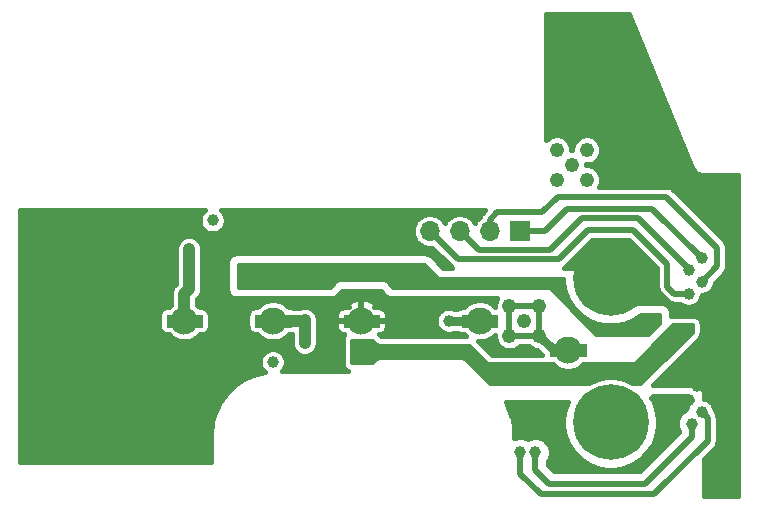
<source format=gbr>
G04 #@! TF.GenerationSoftware,KiCad,Pcbnew,5.1.6*
G04 #@! TF.CreationDate,2020-07-16T12:21:26+02:00*
G04 #@! TF.ProjectId,Head-Interconnect,48656164-2d49-46e7-9465-72636f6e6e65,rev?*
G04 #@! TF.SameCoordinates,Original*
G04 #@! TF.FileFunction,Copper,L2,Bot*
G04 #@! TF.FilePolarity,Positive*
%FSLAX46Y46*%
G04 Gerber Fmt 4.6, Leading zero omitted, Abs format (unit mm)*
G04 Created by KiCad (PCBNEW 5.1.6) date 2020-07-16 12:21:26*
%MOMM*%
%LPD*%
G01*
G04 APERTURE LIST*
G04 #@! TA.AperFunction,EtchedComponent*
%ADD10C,0.100000*%
G04 #@! TD*
G04 #@! TA.AperFunction,ComponentPad*
%ADD11O,1.700000X1.700000*%
G04 #@! TD*
G04 #@! TA.AperFunction,ComponentPad*
%ADD12R,1.700000X1.700000*%
G04 #@! TD*
G04 #@! TA.AperFunction,ComponentPad*
%ADD13C,1.000000*%
G04 #@! TD*
G04 #@! TA.AperFunction,ComponentPad*
%ADD14C,1.240000*%
G04 #@! TD*
G04 #@! TA.AperFunction,ComponentPad*
%ADD15C,0.800000*%
G04 #@! TD*
G04 #@! TA.AperFunction,ComponentPad*
%ADD16C,6.400000*%
G04 #@! TD*
G04 #@! TA.AperFunction,SMDPad,CuDef*
%ADD17C,2.300000*%
G04 #@! TD*
G04 #@! TA.AperFunction,ViaPad*
%ADD18C,1.000000*%
G04 #@! TD*
G04 #@! TA.AperFunction,Conductor*
%ADD19C,0.800000*%
G04 #@! TD*
G04 #@! TA.AperFunction,Conductor*
%ADD20C,0.500000*%
G04 #@! TD*
G04 #@! TA.AperFunction,Conductor*
%ADD21C,1.000000*%
G04 #@! TD*
G04 #@! TA.AperFunction,Conductor*
%ADD22C,0.400000*%
G04 #@! TD*
G04 APERTURE END LIST*
D10*
G36*
X163500000Y-108000000D02*
G01*
X166500000Y-108000000D01*
X166500000Y-107000000D01*
X163500000Y-107000000D01*
X163500000Y-108000000D01*
G37*
X163500000Y-108000000D02*
X166500000Y-108000000D01*
X166500000Y-107000000D01*
X163500000Y-107000000D01*
X163500000Y-108000000D01*
G36*
X156000000Y-105500000D02*
G01*
X159000000Y-105500000D01*
X159000000Y-104500000D01*
X156000000Y-104500000D01*
X156000000Y-105500000D01*
G37*
X156000000Y-105500000D02*
X159000000Y-105500000D01*
X159000000Y-104500000D01*
X156000000Y-104500000D01*
X156000000Y-105500000D01*
G36*
X146000000Y-105500000D02*
G01*
X149000000Y-105500000D01*
X149000000Y-104500000D01*
X146000000Y-104500000D01*
X146000000Y-105500000D01*
G37*
X146000000Y-105500000D02*
X149000000Y-105500000D01*
X149000000Y-104500000D01*
X146000000Y-104500000D01*
X146000000Y-105500000D01*
G36*
X138500000Y-105500000D02*
G01*
X141500000Y-105500000D01*
X141500000Y-104500000D01*
X138500000Y-104500000D01*
X138500000Y-105500000D01*
G37*
X138500000Y-105500000D02*
X141500000Y-105500000D01*
X141500000Y-104500000D01*
X138500000Y-104500000D01*
X138500000Y-105500000D01*
G36*
X131000000Y-105500000D02*
G01*
X134000000Y-105500000D01*
X134000000Y-104500000D01*
X131000000Y-104500000D01*
X131000000Y-105500000D01*
G37*
X131000000Y-105500000D02*
X134000000Y-105500000D01*
X134000000Y-104500000D01*
X131000000Y-104500000D01*
X131000000Y-105500000D01*
D11*
X153280000Y-97400000D03*
X155820000Y-97400000D03*
X158360000Y-97400000D03*
D12*
X160900000Y-97400000D03*
D13*
X134900000Y-96500000D03*
X131700000Y-112300000D03*
X140000000Y-108500000D03*
D14*
X164030000Y-93070000D03*
X166570000Y-90530000D03*
X166570000Y-93070000D03*
X164030000Y-90530000D03*
X165300000Y-91800000D03*
X160030000Y-106270000D03*
X162570000Y-103730000D03*
X162570000Y-106270000D03*
X160030000Y-103730000D03*
X161300000Y-105000000D03*
D15*
X170297056Y-111902944D03*
X168600000Y-111200000D03*
X166902944Y-111902944D03*
X166200000Y-113600000D03*
X166902944Y-115297056D03*
X168600000Y-116000000D03*
X170297056Y-115297056D03*
X171000000Y-113600000D03*
D16*
X168600000Y-113600000D03*
D15*
X170297056Y-99702944D03*
X168600000Y-99000000D03*
X166902944Y-99702944D03*
X166200000Y-101400000D03*
X166902944Y-103097056D03*
X168600000Y-103800000D03*
X170297056Y-103097056D03*
X171000000Y-101400000D03*
D16*
X168600000Y-101400000D03*
D15*
X128097056Y-111902944D03*
X126400000Y-111200000D03*
X124702944Y-111902944D03*
X124000000Y-113600000D03*
X124702944Y-115297056D03*
X126400000Y-116000000D03*
X128097056Y-115297056D03*
X128800000Y-113600000D03*
D16*
X126400000Y-113600000D03*
D15*
X128097056Y-99702944D03*
X126400000Y-99000000D03*
X124702944Y-99702944D03*
X124000000Y-101400000D03*
X124702944Y-103097056D03*
X126400000Y-103800000D03*
X128097056Y-103097056D03*
X128800000Y-101400000D03*
D16*
X126400000Y-101400000D03*
D17*
X165000000Y-107500000D03*
X157500000Y-105000000D03*
X147500000Y-105000000D03*
X140000000Y-105000000D03*
X132500000Y-105000000D03*
D18*
X154900000Y-105000000D03*
X175200000Y-102700000D03*
X175200000Y-100700000D03*
X176300000Y-101700000D03*
X176300000Y-99700000D03*
X175900000Y-110500000D03*
X161300000Y-107500000D03*
X151300000Y-98700000D03*
X141300000Y-98700000D03*
X144300000Y-108900000D03*
X138100000Y-108900000D03*
X134900000Y-102900000D03*
X134300000Y-116500000D03*
X120300000Y-116500000D03*
X121400000Y-96400000D03*
X126400000Y-107500000D03*
X141300000Y-96100000D03*
X136700000Y-96500000D03*
X133000000Y-96500000D03*
X137500000Y-101700000D03*
X138500000Y-100700000D03*
X138500000Y-101700000D03*
X137500000Y-100700000D03*
X132900000Y-100900000D03*
X132900000Y-99900000D03*
X132900000Y-98900000D03*
X171600000Y-105200000D03*
X147100000Y-107100000D03*
X147100000Y-108100000D03*
X148100000Y-107100000D03*
X148100000Y-108100000D03*
X142700000Y-104900000D03*
X142700000Y-105900000D03*
X142700000Y-106900000D03*
X175200000Y-105700000D03*
X160962000Y-112580000D03*
X162232000Y-112580000D03*
X175200000Y-111700000D03*
X176300000Y-112700000D03*
X160962000Y-116136000D03*
X175500000Y-113700000D03*
X162232000Y-116136000D03*
D19*
X157500000Y-105000000D02*
X154900000Y-105000000D01*
X163800000Y-107500000D02*
X162570000Y-106270000D01*
X165000000Y-107500000D02*
X163800000Y-107500000D01*
D20*
X162570000Y-103730000D02*
X162570000Y-106270000D01*
X160030000Y-106270000D02*
X160030000Y-103730000D01*
X162570000Y-106270000D02*
X160030000Y-106270000D01*
X162570000Y-103730000D02*
X160030000Y-103730000D01*
X164200000Y-99800000D02*
X155680000Y-99800000D01*
X166700000Y-97300000D02*
X164200000Y-99800000D01*
X170500000Y-97300000D02*
X166700000Y-97300000D01*
X173400000Y-100200000D02*
X170500000Y-97300000D01*
X173400000Y-102100000D02*
X173400000Y-100200000D01*
X174000000Y-102700000D02*
X173400000Y-102100000D01*
X155680000Y-99800000D02*
X153280000Y-97400000D01*
X175200000Y-102700000D02*
X174000000Y-102700000D01*
X157420000Y-99000000D02*
X155820000Y-97400000D01*
X163500000Y-99000000D02*
X157420000Y-99000000D01*
X166200000Y-96300000D02*
X163500000Y-99000000D01*
X170900000Y-96300000D02*
X166200000Y-96300000D01*
X175200000Y-100600000D02*
X170900000Y-96300000D01*
X175200000Y-100700000D02*
X175200000Y-100600000D01*
X159000000Y-95800000D02*
X158360000Y-96440000D01*
X162800000Y-95800000D02*
X159000000Y-95800000D01*
X164100000Y-94500000D02*
X162800000Y-95800000D01*
X173300000Y-94500000D02*
X164100000Y-94500000D01*
X177600000Y-98800000D02*
X173300000Y-94500000D01*
X177600000Y-100400000D02*
X177600000Y-98800000D01*
X158360000Y-96440000D02*
X158360000Y-97400000D01*
X176300000Y-101700000D02*
X177600000Y-100400000D01*
X163000000Y-97400000D02*
X160900000Y-97400000D01*
X164900000Y-95500000D02*
X163000000Y-97400000D01*
X172100000Y-95500000D02*
X164900000Y-95500000D01*
X176300000Y-99700000D02*
X172100000Y-95500000D01*
X147500000Y-105000000D02*
X149800000Y-105000000D01*
X147500000Y-105000000D02*
X145400000Y-105000000D01*
X147500000Y-105000000D02*
X147500000Y-102900000D01*
D21*
X132500000Y-105000000D02*
X132500000Y-102700000D01*
X132900000Y-102300000D02*
X132900000Y-100900000D01*
X132500000Y-102700000D02*
X132900000Y-102300000D01*
X132900000Y-99900000D02*
X132900000Y-100900000D01*
X132900000Y-98900000D02*
X132900000Y-99900000D01*
X142700000Y-104900000D02*
X142700000Y-105900000D01*
X142700000Y-105900000D02*
X142700000Y-106900000D01*
X142600000Y-105000000D02*
X142700000Y-104900000D01*
X140000000Y-105000000D02*
X142600000Y-105000000D01*
D20*
X176800000Y-113200000D02*
X176300000Y-112700000D01*
X176800000Y-115200000D02*
X176800000Y-113200000D01*
X172300000Y-119700000D02*
X176800000Y-115200000D01*
X162726000Y-119700000D02*
X172300000Y-119700000D01*
X160962000Y-117936000D02*
X162726000Y-119700000D01*
X160962000Y-116136000D02*
X160962000Y-117936000D01*
X175500000Y-114800000D02*
X175500000Y-113700000D01*
X171500000Y-118800000D02*
X175500000Y-114800000D01*
X163400000Y-118800000D02*
X171500000Y-118800000D01*
X162232000Y-117632000D02*
X163400000Y-118800000D01*
X162232000Y-116136000D02*
X162232000Y-117632000D01*
D22*
G36*
X175610635Y-92210184D02*
G01*
X175619781Y-92240334D01*
X175648421Y-92293916D01*
X175677087Y-92347817D01*
X175677507Y-92348331D01*
X175677817Y-92348911D01*
X175716375Y-92395894D01*
X175754991Y-92443149D01*
X175755501Y-92443569D01*
X175755920Y-92444080D01*
X175803005Y-92482721D01*
X175849996Y-92521451D01*
X175850578Y-92521764D01*
X175851089Y-92522183D01*
X175904944Y-92550969D01*
X175958452Y-92579714D01*
X175959081Y-92579906D01*
X175959666Y-92580219D01*
X176018356Y-92598022D01*
X176076190Y-92615698D01*
X176076841Y-92615764D01*
X176077479Y-92615957D01*
X176138536Y-92621970D01*
X176198686Y-92628022D01*
X176230041Y-92625000D01*
X179375000Y-92625000D01*
X179375001Y-119875000D01*
X176500000Y-119875000D01*
X176500000Y-116702081D01*
X177371521Y-115830560D01*
X177403948Y-115803948D01*
X177510168Y-115674519D01*
X177589097Y-115526855D01*
X177617024Y-115434791D01*
X177637700Y-115366630D01*
X177644430Y-115298300D01*
X177650000Y-115241749D01*
X177650000Y-115241742D01*
X177654111Y-115200001D01*
X177650000Y-115158260D01*
X177650000Y-113241741D01*
X177654111Y-113200000D01*
X177650000Y-113158259D01*
X177650000Y-113158251D01*
X177637700Y-113033371D01*
X177589097Y-112873145D01*
X177510168Y-112725481D01*
X177403948Y-112596052D01*
X177400000Y-112592812D01*
X177400000Y-112591659D01*
X177357727Y-112379142D01*
X177274807Y-112178955D01*
X177154425Y-111998791D01*
X177001209Y-111845575D01*
X176821045Y-111725193D01*
X176620858Y-111642273D01*
X176500000Y-111618232D01*
X176500000Y-111200000D01*
X176484628Y-111043928D01*
X176439104Y-110893853D01*
X176365176Y-110755544D01*
X176265685Y-110634315D01*
X176144456Y-110534824D01*
X176006147Y-110460896D01*
X175856072Y-110415372D01*
X175700000Y-110400000D01*
X172148528Y-110400000D01*
X176124264Y-106424264D01*
X176198882Y-106333342D01*
X176254328Y-106229610D01*
X176288471Y-106117054D01*
X176300000Y-106000000D01*
X176300000Y-105200000D01*
X176288471Y-105082946D01*
X176254328Y-104970390D01*
X176198882Y-104866658D01*
X176124264Y-104775736D01*
X176033342Y-104701118D01*
X175929610Y-104645672D01*
X175817054Y-104611529D01*
X175700000Y-104600000D01*
X173800000Y-104600000D01*
X173700000Y-104609849D01*
X173700000Y-104300000D01*
X173684628Y-104143928D01*
X173639104Y-103993853D01*
X173565176Y-103855544D01*
X173465685Y-103734315D01*
X173344456Y-103634824D01*
X173206147Y-103560896D01*
X173056072Y-103515372D01*
X172900000Y-103500000D01*
X168831370Y-103500000D01*
X166065685Y-100734315D01*
X165944456Y-100634824D01*
X165806147Y-100560896D01*
X165656072Y-100515372D01*
X165500000Y-100500000D01*
X164686909Y-100500000D01*
X164803948Y-100403948D01*
X164830566Y-100371514D01*
X167052081Y-98150000D01*
X170147920Y-98150000D01*
X172550001Y-100552082D01*
X172550000Y-102058259D01*
X172545889Y-102100000D01*
X172550000Y-102141741D01*
X172550000Y-102141748D01*
X172558247Y-102225481D01*
X172562300Y-102266629D01*
X172581693Y-102330561D01*
X172610903Y-102426854D01*
X172689832Y-102574518D01*
X172796052Y-102703948D01*
X172828485Y-102730566D01*
X173369438Y-103271519D01*
X173396052Y-103303948D01*
X173525481Y-103410168D01*
X173659082Y-103481580D01*
X173673145Y-103489097D01*
X173833370Y-103537700D01*
X173849013Y-103539241D01*
X173958251Y-103550000D01*
X173958258Y-103550000D01*
X173999999Y-103554111D01*
X174041740Y-103550000D01*
X174494366Y-103550000D01*
X174498791Y-103554425D01*
X174678955Y-103674807D01*
X174879142Y-103757727D01*
X175091659Y-103800000D01*
X175308341Y-103800000D01*
X175520858Y-103757727D01*
X175721045Y-103674807D01*
X175901209Y-103554425D01*
X176054425Y-103401209D01*
X176174807Y-103221045D01*
X176257727Y-103020858D01*
X176300000Y-102808341D01*
X176300000Y-102800000D01*
X176408341Y-102800000D01*
X176620858Y-102757727D01*
X176821045Y-102674807D01*
X177001209Y-102554425D01*
X177154425Y-102401209D01*
X177274807Y-102221045D01*
X177357727Y-102020858D01*
X177400000Y-101808341D01*
X177400000Y-101802081D01*
X178171526Y-101030556D01*
X178203948Y-101003948D01*
X178230557Y-100971525D01*
X178230562Y-100971520D01*
X178310168Y-100874519D01*
X178389097Y-100726855D01*
X178437700Y-100566629D01*
X178440549Y-100537700D01*
X178450000Y-100441749D01*
X178450000Y-100441741D01*
X178454111Y-100400000D01*
X178450000Y-100358259D01*
X178450000Y-98841737D01*
X178454111Y-98799999D01*
X178450000Y-98758261D01*
X178450000Y-98758251D01*
X178437700Y-98633371D01*
X178389097Y-98473145D01*
X178310168Y-98325481D01*
X178203948Y-98196052D01*
X178171520Y-98169439D01*
X173930566Y-93928486D01*
X173903948Y-93896052D01*
X173774519Y-93789832D01*
X173626855Y-93710903D01*
X173466629Y-93662300D01*
X173341749Y-93650000D01*
X173341741Y-93650000D01*
X173300000Y-93645889D01*
X173258259Y-93650000D01*
X167649738Y-93650000D01*
X167651150Y-93647887D01*
X167743116Y-93425861D01*
X167790000Y-93190160D01*
X167790000Y-92949840D01*
X167743116Y-92714139D01*
X167651150Y-92492113D01*
X167517636Y-92292295D01*
X167347705Y-92122364D01*
X167147887Y-91988850D01*
X166925861Y-91896884D01*
X166690160Y-91850000D01*
X166520000Y-91850000D01*
X166520000Y-91750000D01*
X166690160Y-91750000D01*
X166925861Y-91703116D01*
X167147887Y-91611150D01*
X167347705Y-91477636D01*
X167517636Y-91307705D01*
X167651150Y-91107887D01*
X167743116Y-90885861D01*
X167790000Y-90650160D01*
X167790000Y-90409840D01*
X167743116Y-90174139D01*
X167651150Y-89952113D01*
X167517636Y-89752295D01*
X167347705Y-89582364D01*
X167147887Y-89448850D01*
X166925861Y-89356884D01*
X166690160Y-89310000D01*
X166449840Y-89310000D01*
X166214139Y-89356884D01*
X165992113Y-89448850D01*
X165792295Y-89582364D01*
X165622364Y-89752295D01*
X165488850Y-89952113D01*
X165396884Y-90174139D01*
X165350000Y-90409840D01*
X165350000Y-90580000D01*
X165250000Y-90580000D01*
X165250000Y-90409840D01*
X165203116Y-90174139D01*
X165111150Y-89952113D01*
X164977636Y-89752295D01*
X164807705Y-89582364D01*
X164607887Y-89448850D01*
X164385861Y-89356884D01*
X164150160Y-89310000D01*
X163909840Y-89310000D01*
X163674139Y-89356884D01*
X163452113Y-89448850D01*
X163252295Y-89582364D01*
X163125000Y-89709659D01*
X163125000Y-79025000D01*
X170181443Y-79025000D01*
X175610635Y-92210184D01*
G37*
X175610635Y-92210184D02*
X175619781Y-92240334D01*
X175648421Y-92293916D01*
X175677087Y-92347817D01*
X175677507Y-92348331D01*
X175677817Y-92348911D01*
X175716375Y-92395894D01*
X175754991Y-92443149D01*
X175755501Y-92443569D01*
X175755920Y-92444080D01*
X175803005Y-92482721D01*
X175849996Y-92521451D01*
X175850578Y-92521764D01*
X175851089Y-92522183D01*
X175904944Y-92550969D01*
X175958452Y-92579714D01*
X175959081Y-92579906D01*
X175959666Y-92580219D01*
X176018356Y-92598022D01*
X176076190Y-92615698D01*
X176076841Y-92615764D01*
X176077479Y-92615957D01*
X176138536Y-92621970D01*
X176198686Y-92628022D01*
X176230041Y-92625000D01*
X179375000Y-92625000D01*
X179375001Y-119875000D01*
X176500000Y-119875000D01*
X176500000Y-116702081D01*
X177371521Y-115830560D01*
X177403948Y-115803948D01*
X177510168Y-115674519D01*
X177589097Y-115526855D01*
X177617024Y-115434791D01*
X177637700Y-115366630D01*
X177644430Y-115298300D01*
X177650000Y-115241749D01*
X177650000Y-115241742D01*
X177654111Y-115200001D01*
X177650000Y-115158260D01*
X177650000Y-113241741D01*
X177654111Y-113200000D01*
X177650000Y-113158259D01*
X177650000Y-113158251D01*
X177637700Y-113033371D01*
X177589097Y-112873145D01*
X177510168Y-112725481D01*
X177403948Y-112596052D01*
X177400000Y-112592812D01*
X177400000Y-112591659D01*
X177357727Y-112379142D01*
X177274807Y-112178955D01*
X177154425Y-111998791D01*
X177001209Y-111845575D01*
X176821045Y-111725193D01*
X176620858Y-111642273D01*
X176500000Y-111618232D01*
X176500000Y-111200000D01*
X176484628Y-111043928D01*
X176439104Y-110893853D01*
X176365176Y-110755544D01*
X176265685Y-110634315D01*
X176144456Y-110534824D01*
X176006147Y-110460896D01*
X175856072Y-110415372D01*
X175700000Y-110400000D01*
X172148528Y-110400000D01*
X176124264Y-106424264D01*
X176198882Y-106333342D01*
X176254328Y-106229610D01*
X176288471Y-106117054D01*
X176300000Y-106000000D01*
X176300000Y-105200000D01*
X176288471Y-105082946D01*
X176254328Y-104970390D01*
X176198882Y-104866658D01*
X176124264Y-104775736D01*
X176033342Y-104701118D01*
X175929610Y-104645672D01*
X175817054Y-104611529D01*
X175700000Y-104600000D01*
X173800000Y-104600000D01*
X173700000Y-104609849D01*
X173700000Y-104300000D01*
X173684628Y-104143928D01*
X173639104Y-103993853D01*
X173565176Y-103855544D01*
X173465685Y-103734315D01*
X173344456Y-103634824D01*
X173206147Y-103560896D01*
X173056072Y-103515372D01*
X172900000Y-103500000D01*
X168831370Y-103500000D01*
X166065685Y-100734315D01*
X165944456Y-100634824D01*
X165806147Y-100560896D01*
X165656072Y-100515372D01*
X165500000Y-100500000D01*
X164686909Y-100500000D01*
X164803948Y-100403948D01*
X164830566Y-100371514D01*
X167052081Y-98150000D01*
X170147920Y-98150000D01*
X172550001Y-100552082D01*
X172550000Y-102058259D01*
X172545889Y-102100000D01*
X172550000Y-102141741D01*
X172550000Y-102141748D01*
X172558247Y-102225481D01*
X172562300Y-102266629D01*
X172581693Y-102330561D01*
X172610903Y-102426854D01*
X172689832Y-102574518D01*
X172796052Y-102703948D01*
X172828485Y-102730566D01*
X173369438Y-103271519D01*
X173396052Y-103303948D01*
X173525481Y-103410168D01*
X173659082Y-103481580D01*
X173673145Y-103489097D01*
X173833370Y-103537700D01*
X173849013Y-103539241D01*
X173958251Y-103550000D01*
X173958258Y-103550000D01*
X173999999Y-103554111D01*
X174041740Y-103550000D01*
X174494366Y-103550000D01*
X174498791Y-103554425D01*
X174678955Y-103674807D01*
X174879142Y-103757727D01*
X175091659Y-103800000D01*
X175308341Y-103800000D01*
X175520858Y-103757727D01*
X175721045Y-103674807D01*
X175901209Y-103554425D01*
X176054425Y-103401209D01*
X176174807Y-103221045D01*
X176257727Y-103020858D01*
X176300000Y-102808341D01*
X176300000Y-102800000D01*
X176408341Y-102800000D01*
X176620858Y-102757727D01*
X176821045Y-102674807D01*
X177001209Y-102554425D01*
X177154425Y-102401209D01*
X177274807Y-102221045D01*
X177357727Y-102020858D01*
X177400000Y-101808341D01*
X177400000Y-101802081D01*
X178171526Y-101030556D01*
X178203948Y-101003948D01*
X178230557Y-100971525D01*
X178230562Y-100971520D01*
X178310168Y-100874519D01*
X178389097Y-100726855D01*
X178437700Y-100566629D01*
X178440549Y-100537700D01*
X178450000Y-100441749D01*
X178450000Y-100441741D01*
X178454111Y-100400000D01*
X178450000Y-100358259D01*
X178450000Y-98841737D01*
X178454111Y-98799999D01*
X178450000Y-98758261D01*
X178450000Y-98758251D01*
X178437700Y-98633371D01*
X178389097Y-98473145D01*
X178310168Y-98325481D01*
X178203948Y-98196052D01*
X178171520Y-98169439D01*
X173930566Y-93928486D01*
X173903948Y-93896052D01*
X173774519Y-93789832D01*
X173626855Y-93710903D01*
X173466629Y-93662300D01*
X173341749Y-93650000D01*
X173341741Y-93650000D01*
X173300000Y-93645889D01*
X173258259Y-93650000D01*
X167649738Y-93650000D01*
X167651150Y-93647887D01*
X167743116Y-93425861D01*
X167790000Y-93190160D01*
X167790000Y-92949840D01*
X167743116Y-92714139D01*
X167651150Y-92492113D01*
X167517636Y-92292295D01*
X167347705Y-92122364D01*
X167147887Y-91988850D01*
X166925861Y-91896884D01*
X166690160Y-91850000D01*
X166520000Y-91850000D01*
X166520000Y-91750000D01*
X166690160Y-91750000D01*
X166925861Y-91703116D01*
X167147887Y-91611150D01*
X167347705Y-91477636D01*
X167517636Y-91307705D01*
X167651150Y-91107887D01*
X167743116Y-90885861D01*
X167790000Y-90650160D01*
X167790000Y-90409840D01*
X167743116Y-90174139D01*
X167651150Y-89952113D01*
X167517636Y-89752295D01*
X167347705Y-89582364D01*
X167147887Y-89448850D01*
X166925861Y-89356884D01*
X166690160Y-89310000D01*
X166449840Y-89310000D01*
X166214139Y-89356884D01*
X165992113Y-89448850D01*
X165792295Y-89582364D01*
X165622364Y-89752295D01*
X165488850Y-89952113D01*
X165396884Y-90174139D01*
X165350000Y-90409840D01*
X165350000Y-90580000D01*
X165250000Y-90580000D01*
X165250000Y-90409840D01*
X165203116Y-90174139D01*
X165111150Y-89952113D01*
X164977636Y-89752295D01*
X164807705Y-89582364D01*
X164607887Y-89448850D01*
X164385861Y-89356884D01*
X164150160Y-89310000D01*
X163909840Y-89310000D01*
X163674139Y-89356884D01*
X163452113Y-89448850D01*
X163252295Y-89582364D01*
X163125000Y-89709659D01*
X163125000Y-79025000D01*
X170181443Y-79025000D01*
X175610635Y-92210184D01*
G36*
X134198791Y-95645575D02*
G01*
X134045575Y-95798791D01*
X133925193Y-95978955D01*
X133842273Y-96179142D01*
X133800000Y-96391659D01*
X133800000Y-96608341D01*
X133842273Y-96820858D01*
X133925193Y-97021045D01*
X134045575Y-97201209D01*
X134198791Y-97354425D01*
X134378955Y-97474807D01*
X134579142Y-97557727D01*
X134791659Y-97600000D01*
X135008341Y-97600000D01*
X135220858Y-97557727D01*
X135421045Y-97474807D01*
X135601209Y-97354425D01*
X135754425Y-97201209D01*
X135874807Y-97021045D01*
X135957727Y-96820858D01*
X136000000Y-96608341D01*
X136000000Y-96391659D01*
X135957727Y-96179142D01*
X135874807Y-95978955D01*
X135754425Y-95798791D01*
X135601209Y-95645575D01*
X135570416Y-95625000D01*
X157972920Y-95625000D01*
X157788485Y-95809434D01*
X157756052Y-95836052D01*
X157649832Y-95965482D01*
X157570904Y-96113145D01*
X157570903Y-96113146D01*
X157566745Y-96126855D01*
X157544191Y-96201206D01*
X157435679Y-96273711D01*
X157233711Y-96475679D01*
X157090000Y-96690758D01*
X156946289Y-96475679D01*
X156744321Y-96273711D01*
X156506833Y-96115027D01*
X156242949Y-96005723D01*
X155962813Y-95950000D01*
X155677187Y-95950000D01*
X155397051Y-96005723D01*
X155133167Y-96115027D01*
X154895679Y-96273711D01*
X154693711Y-96475679D01*
X154550000Y-96690758D01*
X154406289Y-96475679D01*
X154204321Y-96273711D01*
X153966833Y-96115027D01*
X153702949Y-96005723D01*
X153422813Y-95950000D01*
X153137187Y-95950000D01*
X152857051Y-96005723D01*
X152593167Y-96115027D01*
X152355679Y-96273711D01*
X152153711Y-96475679D01*
X151995027Y-96713167D01*
X151885723Y-96977051D01*
X151830000Y-97257187D01*
X151830000Y-97542813D01*
X151885723Y-97822949D01*
X151995027Y-98086833D01*
X152153711Y-98324321D01*
X152355679Y-98526289D01*
X152593167Y-98684973D01*
X152857051Y-98794277D01*
X153137187Y-98850000D01*
X153422813Y-98850000D01*
X153510481Y-98832562D01*
X155049443Y-100371525D01*
X155076052Y-100403948D01*
X155108475Y-100430557D01*
X155108480Y-100430562D01*
X155122112Y-100441749D01*
X155193091Y-100500000D01*
X154431370Y-100500000D01*
X153465685Y-99534315D01*
X153344456Y-99434824D01*
X153206147Y-99360896D01*
X153056072Y-99315372D01*
X152900000Y-99300000D01*
X136900000Y-99300000D01*
X136743928Y-99315372D01*
X136593853Y-99360896D01*
X136455544Y-99434824D01*
X136334315Y-99534315D01*
X136234824Y-99655544D01*
X136160896Y-99793853D01*
X136115372Y-99943928D01*
X136100000Y-100100000D01*
X136100000Y-102300000D01*
X136115372Y-102456072D01*
X136160896Y-102606147D01*
X136234824Y-102744456D01*
X136334315Y-102865685D01*
X136455544Y-102965176D01*
X136593853Y-103039104D01*
X136743928Y-103084628D01*
X136900000Y-103100000D01*
X144900000Y-103100000D01*
X145056072Y-103084628D01*
X145206147Y-103039104D01*
X145344456Y-102965176D01*
X145465685Y-102865685D01*
X145831370Y-102500000D01*
X149168630Y-102500000D01*
X149534315Y-102865685D01*
X149655544Y-102965176D01*
X149793853Y-103039104D01*
X149943928Y-103084628D01*
X150100000Y-103100000D01*
X158983671Y-103100000D01*
X158948850Y-103152113D01*
X158856884Y-103374139D01*
X158810000Y-103609840D01*
X158810000Y-103835126D01*
X158615560Y-103640686D01*
X158328936Y-103449170D01*
X158010456Y-103317251D01*
X157672360Y-103250000D01*
X157327640Y-103250000D01*
X156989544Y-103317251D01*
X156671064Y-103449170D01*
X156384440Y-103640686D01*
X156175126Y-103850000D01*
X156000000Y-103850000D01*
X155939123Y-103855969D01*
X155878202Y-103861513D01*
X155876015Y-103862157D01*
X155873748Y-103862379D01*
X155815223Y-103880049D01*
X155756506Y-103897330D01*
X155754485Y-103898386D01*
X155752304Y-103899045D01*
X155698284Y-103927768D01*
X155644084Y-103956103D01*
X155642309Y-103957530D01*
X155640295Y-103958601D01*
X155592860Y-103997288D01*
X155589487Y-104000000D01*
X155360224Y-104000000D01*
X155220858Y-103942273D01*
X155008341Y-103900000D01*
X154791659Y-103900000D01*
X154579142Y-103942273D01*
X154378955Y-104025193D01*
X154198791Y-104145575D01*
X154045575Y-104298791D01*
X153925193Y-104478955D01*
X153842273Y-104679142D01*
X153800000Y-104891659D01*
X153800000Y-105108341D01*
X153842273Y-105320858D01*
X153925193Y-105521045D01*
X154045575Y-105701209D01*
X154198791Y-105854425D01*
X154378955Y-105974807D01*
X154579142Y-106057727D01*
X154791659Y-106100000D01*
X155008341Y-106100000D01*
X155220858Y-106057727D01*
X155360224Y-106000000D01*
X155589482Y-106000000D01*
X155632771Y-106036324D01*
X155634773Y-106037425D01*
X155636525Y-106038874D01*
X155690272Y-106067935D01*
X155743938Y-106097438D01*
X155746111Y-106098127D01*
X155748115Y-106099211D01*
X155806547Y-106117299D01*
X155864857Y-106135796D01*
X155867122Y-106136050D01*
X155869299Y-106136724D01*
X155930105Y-106143115D01*
X155990925Y-106149937D01*
X155995304Y-106149967D01*
X155995462Y-106149984D01*
X155995620Y-106149970D01*
X156000000Y-106150000D01*
X156175126Y-106150000D01*
X156325126Y-106300000D01*
X149148528Y-106300000D01*
X148998528Y-106150000D01*
X149000000Y-106150000D01*
X149060877Y-106144031D01*
X149121798Y-106138487D01*
X149123985Y-106137843D01*
X149126252Y-106137621D01*
X149184777Y-106119951D01*
X149243494Y-106102670D01*
X149245515Y-106101614D01*
X149247696Y-106100955D01*
X149301716Y-106072232D01*
X149355916Y-106043897D01*
X149357691Y-106042470D01*
X149359705Y-106041399D01*
X149407140Y-106002712D01*
X149454781Y-105964407D01*
X149456245Y-105962662D01*
X149458012Y-105961221D01*
X149496961Y-105914139D01*
X149536324Y-105867229D01*
X149537425Y-105865227D01*
X149538874Y-105863475D01*
X149567935Y-105809728D01*
X149597438Y-105756062D01*
X149598127Y-105753889D01*
X149599211Y-105751885D01*
X149617299Y-105693453D01*
X149635796Y-105635143D01*
X149636050Y-105632878D01*
X149636724Y-105630701D01*
X149643115Y-105569895D01*
X149649937Y-105509075D01*
X149649967Y-105504696D01*
X149649984Y-105504538D01*
X149649970Y-105504380D01*
X149650000Y-105500000D01*
X149650000Y-104500000D01*
X149644031Y-104439123D01*
X149638487Y-104378202D01*
X149637843Y-104376015D01*
X149637621Y-104373748D01*
X149619951Y-104315223D01*
X149602670Y-104256506D01*
X149601614Y-104254485D01*
X149600955Y-104252304D01*
X149572232Y-104198284D01*
X149543897Y-104144084D01*
X149542470Y-104142309D01*
X149541399Y-104140295D01*
X149502712Y-104092860D01*
X149464407Y-104045219D01*
X149462662Y-104043755D01*
X149461221Y-104041988D01*
X149414139Y-104003039D01*
X149367229Y-103963676D01*
X149365227Y-103962575D01*
X149363475Y-103961126D01*
X149309728Y-103932065D01*
X149256062Y-103902562D01*
X149253889Y-103901873D01*
X149251885Y-103900789D01*
X149193453Y-103882701D01*
X149135143Y-103864204D01*
X149132878Y-103863950D01*
X149130701Y-103863276D01*
X149069895Y-103856885D01*
X149009075Y-103850063D01*
X149004696Y-103850033D01*
X149004538Y-103850016D01*
X149004380Y-103850030D01*
X149000000Y-103850000D01*
X148751208Y-103850000D01*
X148732577Y-103843791D01*
X148726368Y-103850000D01*
X148573632Y-103850000D01*
X148656209Y-103767423D01*
X148553243Y-103458465D01*
X148232266Y-103282608D01*
X147883149Y-103172749D01*
X147519308Y-103133111D01*
X147154725Y-103165216D01*
X146803411Y-103267830D01*
X146478866Y-103437011D01*
X146446757Y-103458465D01*
X146343791Y-103767423D01*
X146426368Y-103850000D01*
X146273632Y-103850000D01*
X146267423Y-103843791D01*
X146248792Y-103850000D01*
X146000000Y-103850000D01*
X145939123Y-103855969D01*
X145878202Y-103861513D01*
X145876015Y-103862157D01*
X145873748Y-103862379D01*
X145815223Y-103880049D01*
X145756506Y-103897330D01*
X145754485Y-103898386D01*
X145752304Y-103899045D01*
X145698284Y-103927768D01*
X145644084Y-103956103D01*
X145642309Y-103957530D01*
X145640295Y-103958601D01*
X145592860Y-103997288D01*
X145545219Y-104035593D01*
X145543755Y-104037338D01*
X145541988Y-104038779D01*
X145503039Y-104085861D01*
X145463676Y-104132771D01*
X145462575Y-104134773D01*
X145461126Y-104136525D01*
X145432065Y-104190272D01*
X145402562Y-104243938D01*
X145401873Y-104246111D01*
X145400789Y-104248115D01*
X145382701Y-104306547D01*
X145364204Y-104364857D01*
X145363950Y-104367122D01*
X145363276Y-104369299D01*
X145356885Y-104430105D01*
X145350063Y-104490925D01*
X145350033Y-104495304D01*
X145350016Y-104495462D01*
X145350030Y-104495620D01*
X145350000Y-104500000D01*
X145350000Y-105500000D01*
X145355969Y-105560877D01*
X145361513Y-105621798D01*
X145362157Y-105623985D01*
X145362379Y-105626252D01*
X145380049Y-105684777D01*
X145397330Y-105743494D01*
X145398386Y-105745515D01*
X145399045Y-105747696D01*
X145427768Y-105801716D01*
X145456103Y-105855916D01*
X145457530Y-105857691D01*
X145458601Y-105859705D01*
X145497288Y-105907140D01*
X145535593Y-105954781D01*
X145537338Y-105956245D01*
X145538779Y-105958012D01*
X145585861Y-105996961D01*
X145632771Y-106036324D01*
X145634773Y-106037425D01*
X145636525Y-106038874D01*
X145690272Y-106067935D01*
X145743938Y-106097438D01*
X145746111Y-106098127D01*
X145748115Y-106099211D01*
X145806547Y-106117299D01*
X145864857Y-106135796D01*
X145867122Y-106136050D01*
X145869299Y-106136724D01*
X145930105Y-106143115D01*
X145990925Y-106149937D01*
X145995304Y-106149967D01*
X145995462Y-106149984D01*
X145995620Y-106149970D01*
X146000000Y-106150000D01*
X146014789Y-106150000D01*
X146001118Y-106166658D01*
X145945672Y-106270390D01*
X145911529Y-106382946D01*
X145900000Y-106500000D01*
X145900000Y-108700000D01*
X145911529Y-108817054D01*
X145945672Y-108929610D01*
X146001118Y-109033342D01*
X146075736Y-109124264D01*
X146166658Y-109198882D01*
X146270390Y-109254328D01*
X146338537Y-109275000D01*
X140780634Y-109275000D01*
X140854425Y-109201209D01*
X140974807Y-109021045D01*
X141057727Y-108820858D01*
X141100000Y-108608341D01*
X141100000Y-108391659D01*
X141057727Y-108179142D01*
X140974807Y-107978955D01*
X140854425Y-107798791D01*
X140701209Y-107645575D01*
X140521045Y-107525193D01*
X140320858Y-107442273D01*
X140108341Y-107400000D01*
X139891659Y-107400000D01*
X139679142Y-107442273D01*
X139478955Y-107525193D01*
X139298791Y-107645575D01*
X139145575Y-107798791D01*
X139025193Y-107978955D01*
X138942273Y-108179142D01*
X138900000Y-108391659D01*
X138900000Y-108608341D01*
X138942273Y-108820858D01*
X139025193Y-109021045D01*
X139145575Y-109201209D01*
X139295226Y-109350860D01*
X138643197Y-109480556D01*
X138596173Y-109494485D01*
X138548805Y-109507177D01*
X138533530Y-109513041D01*
X137734647Y-109831763D01*
X137690967Y-109854019D01*
X137646687Y-109875139D01*
X137632736Y-109883689D01*
X136905312Y-110342659D01*
X136866402Y-110372515D01*
X136826730Y-110401339D01*
X136814570Y-110412288D01*
X136182968Y-110996134D01*
X136150142Y-111032592D01*
X136116396Y-111068152D01*
X136106435Y-111081134D01*
X135591807Y-111770304D01*
X135566177Y-111812128D01*
X135539474Y-111853248D01*
X135532045Y-111867827D01*
X135151626Y-112639241D01*
X135134049Y-112685032D01*
X135115285Y-112730332D01*
X135110638Y-112746021D01*
X134877167Y-113573843D01*
X134868228Y-113622076D01*
X134858034Y-113670032D01*
X134856324Y-113686305D01*
X134777796Y-114540916D01*
X134775001Y-114569296D01*
X134775000Y-116975000D01*
X118625000Y-116975000D01*
X118625000Y-104500000D01*
X130350000Y-104500000D01*
X130350000Y-105500000D01*
X130355969Y-105560877D01*
X130361513Y-105621798D01*
X130362157Y-105623985D01*
X130362379Y-105626252D01*
X130380049Y-105684777D01*
X130397330Y-105743494D01*
X130398386Y-105745515D01*
X130399045Y-105747696D01*
X130427768Y-105801716D01*
X130456103Y-105855916D01*
X130457530Y-105857691D01*
X130458601Y-105859705D01*
X130497288Y-105907140D01*
X130535593Y-105954781D01*
X130537338Y-105956245D01*
X130538779Y-105958012D01*
X130585861Y-105996961D01*
X130632771Y-106036324D01*
X130634773Y-106037425D01*
X130636525Y-106038874D01*
X130690272Y-106067935D01*
X130743938Y-106097438D01*
X130746111Y-106098127D01*
X130748115Y-106099211D01*
X130806547Y-106117299D01*
X130864857Y-106135796D01*
X130867122Y-106136050D01*
X130869299Y-106136724D01*
X130930105Y-106143115D01*
X130990925Y-106149937D01*
X130995304Y-106149967D01*
X130995462Y-106149984D01*
X130995620Y-106149970D01*
X131000000Y-106150000D01*
X131175126Y-106150000D01*
X131384440Y-106359314D01*
X131671064Y-106550830D01*
X131989544Y-106682749D01*
X132327640Y-106750000D01*
X132672360Y-106750000D01*
X133010456Y-106682749D01*
X133328936Y-106550830D01*
X133615560Y-106359314D01*
X133824874Y-106150000D01*
X134000000Y-106150000D01*
X134060877Y-106144031D01*
X134121798Y-106138487D01*
X134123985Y-106137843D01*
X134126252Y-106137621D01*
X134184777Y-106119951D01*
X134243494Y-106102670D01*
X134245515Y-106101614D01*
X134247696Y-106100955D01*
X134301716Y-106072232D01*
X134355916Y-106043897D01*
X134357691Y-106042470D01*
X134359705Y-106041399D01*
X134407140Y-106002712D01*
X134454781Y-105964407D01*
X134456245Y-105962662D01*
X134458012Y-105961221D01*
X134496961Y-105914139D01*
X134536324Y-105867229D01*
X134537425Y-105865227D01*
X134538874Y-105863475D01*
X134567935Y-105809728D01*
X134597438Y-105756062D01*
X134598127Y-105753889D01*
X134599211Y-105751885D01*
X134617299Y-105693453D01*
X134635796Y-105635143D01*
X134636050Y-105632878D01*
X134636724Y-105630701D01*
X134643115Y-105569895D01*
X134649937Y-105509075D01*
X134649967Y-105504696D01*
X134649984Y-105504538D01*
X134649970Y-105504380D01*
X134650000Y-105500000D01*
X134650000Y-104500000D01*
X137850000Y-104500000D01*
X137850000Y-105500000D01*
X137855969Y-105560877D01*
X137861513Y-105621798D01*
X137862157Y-105623985D01*
X137862379Y-105626252D01*
X137880049Y-105684777D01*
X137897330Y-105743494D01*
X137898386Y-105745515D01*
X137899045Y-105747696D01*
X137927768Y-105801716D01*
X137956103Y-105855916D01*
X137957530Y-105857691D01*
X137958601Y-105859705D01*
X137997288Y-105907140D01*
X138035593Y-105954781D01*
X138037338Y-105956245D01*
X138038779Y-105958012D01*
X138085861Y-105996961D01*
X138132771Y-106036324D01*
X138134773Y-106037425D01*
X138136525Y-106038874D01*
X138190272Y-106067935D01*
X138243938Y-106097438D01*
X138246111Y-106098127D01*
X138248115Y-106099211D01*
X138306547Y-106117299D01*
X138364857Y-106135796D01*
X138367122Y-106136050D01*
X138369299Y-106136724D01*
X138430105Y-106143115D01*
X138490925Y-106149937D01*
X138495304Y-106149967D01*
X138495462Y-106149984D01*
X138495620Y-106149970D01*
X138500000Y-106150000D01*
X138675126Y-106150000D01*
X138884440Y-106359314D01*
X139171064Y-106550830D01*
X139489544Y-106682749D01*
X139827640Y-106750000D01*
X140172360Y-106750000D01*
X140510456Y-106682749D01*
X140828936Y-106550830D01*
X141115560Y-106359314D01*
X141324874Y-106150000D01*
X141500000Y-106150000D01*
X141560877Y-106144031D01*
X141600000Y-106140471D01*
X141600000Y-107008341D01*
X141610594Y-107061598D01*
X141615916Y-107115638D01*
X141631679Y-107167601D01*
X141642273Y-107220858D01*
X141663056Y-107271033D01*
X141678817Y-107322988D01*
X141704409Y-107370867D01*
X141725193Y-107421045D01*
X141755365Y-107466200D01*
X141780959Y-107514084D01*
X141815406Y-107556057D01*
X141845575Y-107601209D01*
X141883972Y-107639606D01*
X141918420Y-107681581D01*
X141960395Y-107716029D01*
X141998791Y-107754425D01*
X142043942Y-107784594D01*
X142085917Y-107819042D01*
X142133803Y-107844637D01*
X142178955Y-107874807D01*
X142229129Y-107895590D01*
X142277013Y-107921184D01*
X142328971Y-107936946D01*
X142379142Y-107957727D01*
X142432399Y-107968321D01*
X142484363Y-107984084D01*
X142538401Y-107989406D01*
X142591659Y-108000000D01*
X142645964Y-108000000D01*
X142700000Y-108005322D01*
X142754036Y-108000000D01*
X142808341Y-108000000D01*
X142861598Y-107989406D01*
X142915638Y-107984084D01*
X142967604Y-107968320D01*
X143020858Y-107957727D01*
X143071026Y-107936947D01*
X143122988Y-107921184D01*
X143170875Y-107895588D01*
X143221045Y-107874807D01*
X143266193Y-107844640D01*
X143314084Y-107819042D01*
X143356064Y-107784590D01*
X143401209Y-107754425D01*
X143439601Y-107716033D01*
X143481581Y-107681581D01*
X143516033Y-107639601D01*
X143554425Y-107601209D01*
X143584590Y-107556064D01*
X143619042Y-107514084D01*
X143644640Y-107466193D01*
X143674807Y-107421045D01*
X143695588Y-107370875D01*
X143721184Y-107322988D01*
X143736947Y-107271026D01*
X143757727Y-107220858D01*
X143768320Y-107167604D01*
X143784084Y-107115638D01*
X143789406Y-107061598D01*
X143800000Y-107008341D01*
X143800000Y-104954035D01*
X143805322Y-104900001D01*
X143800000Y-104845964D01*
X143800000Y-104791659D01*
X143789406Y-104738402D01*
X143784084Y-104684362D01*
X143768320Y-104632396D01*
X143757727Y-104579142D01*
X143736947Y-104528974D01*
X143721184Y-104477012D01*
X143695588Y-104429125D01*
X143674807Y-104378955D01*
X143644640Y-104333807D01*
X143619042Y-104285916D01*
X143584590Y-104243936D01*
X143554425Y-104198791D01*
X143516033Y-104160399D01*
X143481581Y-104118419D01*
X143439601Y-104083967D01*
X143401209Y-104045575D01*
X143356064Y-104015410D01*
X143314084Y-103980958D01*
X143266194Y-103955361D01*
X143221045Y-103925193D01*
X143170872Y-103904411D01*
X143122987Y-103878816D01*
X143071029Y-103863054D01*
X143020858Y-103842273D01*
X142967601Y-103831679D01*
X142915637Y-103815916D01*
X142861599Y-103810594D01*
X142808341Y-103800000D01*
X142754036Y-103800000D01*
X142700000Y-103794678D01*
X142699999Y-103794678D01*
X142680665Y-103796582D01*
X142645964Y-103800000D01*
X142591659Y-103800000D01*
X142538402Y-103810594D01*
X142484362Y-103815916D01*
X142432396Y-103831680D01*
X142379142Y-103842273D01*
X142328974Y-103863053D01*
X142277012Y-103878816D01*
X142237379Y-103900000D01*
X141749336Y-103900000D01*
X141693453Y-103882701D01*
X141635143Y-103864204D01*
X141632878Y-103863950D01*
X141630701Y-103863276D01*
X141569895Y-103856885D01*
X141509075Y-103850063D01*
X141504696Y-103850033D01*
X141504538Y-103850016D01*
X141504380Y-103850030D01*
X141500000Y-103850000D01*
X141324874Y-103850000D01*
X141115560Y-103640686D01*
X140828936Y-103449170D01*
X140510456Y-103317251D01*
X140172360Y-103250000D01*
X139827640Y-103250000D01*
X139489544Y-103317251D01*
X139171064Y-103449170D01*
X138884440Y-103640686D01*
X138675126Y-103850000D01*
X138500000Y-103850000D01*
X138439123Y-103855969D01*
X138378202Y-103861513D01*
X138376015Y-103862157D01*
X138373748Y-103862379D01*
X138315223Y-103880049D01*
X138256506Y-103897330D01*
X138254485Y-103898386D01*
X138252304Y-103899045D01*
X138198284Y-103927768D01*
X138144084Y-103956103D01*
X138142309Y-103957530D01*
X138140295Y-103958601D01*
X138092860Y-103997288D01*
X138045219Y-104035593D01*
X138043755Y-104037338D01*
X138041988Y-104038779D01*
X138003039Y-104085861D01*
X137963676Y-104132771D01*
X137962575Y-104134773D01*
X137961126Y-104136525D01*
X137932065Y-104190272D01*
X137902562Y-104243938D01*
X137901873Y-104246111D01*
X137900789Y-104248115D01*
X137882701Y-104306547D01*
X137864204Y-104364857D01*
X137863950Y-104367122D01*
X137863276Y-104369299D01*
X137856885Y-104430105D01*
X137850063Y-104490925D01*
X137850033Y-104495304D01*
X137850016Y-104495462D01*
X137850030Y-104495620D01*
X137850000Y-104500000D01*
X134650000Y-104500000D01*
X134644031Y-104439123D01*
X134638487Y-104378202D01*
X134637843Y-104376015D01*
X134637621Y-104373748D01*
X134619951Y-104315223D01*
X134602670Y-104256506D01*
X134601614Y-104254485D01*
X134600955Y-104252304D01*
X134572232Y-104198284D01*
X134543897Y-104144084D01*
X134542470Y-104142309D01*
X134541399Y-104140295D01*
X134502712Y-104092860D01*
X134464407Y-104045219D01*
X134462662Y-104043755D01*
X134461221Y-104041988D01*
X134414139Y-104003039D01*
X134367229Y-103963676D01*
X134365227Y-103962575D01*
X134363475Y-103961126D01*
X134309728Y-103932065D01*
X134256062Y-103902562D01*
X134253889Y-103901873D01*
X134251885Y-103900789D01*
X134193453Y-103882701D01*
X134135143Y-103864204D01*
X134132878Y-103863950D01*
X134130701Y-103863276D01*
X134069895Y-103856885D01*
X134009075Y-103850063D01*
X134004696Y-103850033D01*
X134004538Y-103850016D01*
X134004380Y-103850030D01*
X134000000Y-103850000D01*
X133824874Y-103850000D01*
X133615560Y-103640686D01*
X133600000Y-103630289D01*
X133600000Y-103155634D01*
X133639601Y-103116033D01*
X133681581Y-103081581D01*
X133819042Y-102914084D01*
X133921184Y-102722988D01*
X133984084Y-102515638D01*
X134000000Y-102354036D01*
X134000000Y-102354035D01*
X134005322Y-102300001D01*
X134000000Y-102245967D01*
X134000000Y-98791659D01*
X133989406Y-98738402D01*
X133984084Y-98684362D01*
X133968320Y-98632396D01*
X133957727Y-98579142D01*
X133936947Y-98528974D01*
X133921184Y-98477012D01*
X133895588Y-98429125D01*
X133874807Y-98378955D01*
X133844640Y-98333807D01*
X133819042Y-98285916D01*
X133784590Y-98243936D01*
X133754425Y-98198791D01*
X133716033Y-98160399D01*
X133681581Y-98118419D01*
X133639601Y-98083967D01*
X133601209Y-98045575D01*
X133556064Y-98015410D01*
X133514084Y-97980958D01*
X133466194Y-97955361D01*
X133421045Y-97925193D01*
X133370872Y-97904411D01*
X133322987Y-97878816D01*
X133271029Y-97863054D01*
X133220858Y-97842273D01*
X133167601Y-97831679D01*
X133115637Y-97815916D01*
X133061599Y-97810594D01*
X133008341Y-97800000D01*
X132954036Y-97800000D01*
X132900000Y-97794678D01*
X132845964Y-97800000D01*
X132791659Y-97800000D01*
X132738402Y-97810594D01*
X132684362Y-97815916D01*
X132632396Y-97831680D01*
X132579142Y-97842273D01*
X132528974Y-97863053D01*
X132477012Y-97878816D01*
X132429125Y-97904412D01*
X132378955Y-97925193D01*
X132333807Y-97955360D01*
X132285916Y-97980958D01*
X132243936Y-98015410D01*
X132198791Y-98045575D01*
X132160399Y-98083967D01*
X132118419Y-98118419D01*
X132083967Y-98160399D01*
X132045575Y-98198791D01*
X132015410Y-98243936D01*
X131980958Y-98285916D01*
X131955361Y-98333806D01*
X131925193Y-98378955D01*
X131904411Y-98429128D01*
X131878816Y-98477013D01*
X131863054Y-98528971D01*
X131842273Y-98579142D01*
X131831679Y-98632399D01*
X131815916Y-98684363D01*
X131810594Y-98738401D01*
X131800000Y-98791659D01*
X131800000Y-101844366D01*
X131760395Y-101883971D01*
X131718420Y-101918419D01*
X131683974Y-101960392D01*
X131580958Y-102085916D01*
X131478817Y-102277012D01*
X131415917Y-102484363D01*
X131394678Y-102700000D01*
X131400001Y-102754043D01*
X131400001Y-103630289D01*
X131384440Y-103640686D01*
X131175126Y-103850000D01*
X131000000Y-103850000D01*
X130939123Y-103855969D01*
X130878202Y-103861513D01*
X130876015Y-103862157D01*
X130873748Y-103862379D01*
X130815223Y-103880049D01*
X130756506Y-103897330D01*
X130754485Y-103898386D01*
X130752304Y-103899045D01*
X130698284Y-103927768D01*
X130644084Y-103956103D01*
X130642309Y-103957530D01*
X130640295Y-103958601D01*
X130592860Y-103997288D01*
X130545219Y-104035593D01*
X130543755Y-104037338D01*
X130541988Y-104038779D01*
X130503039Y-104085861D01*
X130463676Y-104132771D01*
X130462575Y-104134773D01*
X130461126Y-104136525D01*
X130432065Y-104190272D01*
X130402562Y-104243938D01*
X130401873Y-104246111D01*
X130400789Y-104248115D01*
X130382701Y-104306547D01*
X130364204Y-104364857D01*
X130363950Y-104367122D01*
X130363276Y-104369299D01*
X130356885Y-104430105D01*
X130350063Y-104490925D01*
X130350033Y-104495304D01*
X130350016Y-104495462D01*
X130350030Y-104495620D01*
X130350000Y-104500000D01*
X118625000Y-104500000D01*
X118625000Y-95625000D01*
X134229584Y-95625000D01*
X134198791Y-95645575D01*
G37*
X134198791Y-95645575D02*
X134045575Y-95798791D01*
X133925193Y-95978955D01*
X133842273Y-96179142D01*
X133800000Y-96391659D01*
X133800000Y-96608341D01*
X133842273Y-96820858D01*
X133925193Y-97021045D01*
X134045575Y-97201209D01*
X134198791Y-97354425D01*
X134378955Y-97474807D01*
X134579142Y-97557727D01*
X134791659Y-97600000D01*
X135008341Y-97600000D01*
X135220858Y-97557727D01*
X135421045Y-97474807D01*
X135601209Y-97354425D01*
X135754425Y-97201209D01*
X135874807Y-97021045D01*
X135957727Y-96820858D01*
X136000000Y-96608341D01*
X136000000Y-96391659D01*
X135957727Y-96179142D01*
X135874807Y-95978955D01*
X135754425Y-95798791D01*
X135601209Y-95645575D01*
X135570416Y-95625000D01*
X157972920Y-95625000D01*
X157788485Y-95809434D01*
X157756052Y-95836052D01*
X157649832Y-95965482D01*
X157570904Y-96113145D01*
X157570903Y-96113146D01*
X157566745Y-96126855D01*
X157544191Y-96201206D01*
X157435679Y-96273711D01*
X157233711Y-96475679D01*
X157090000Y-96690758D01*
X156946289Y-96475679D01*
X156744321Y-96273711D01*
X156506833Y-96115027D01*
X156242949Y-96005723D01*
X155962813Y-95950000D01*
X155677187Y-95950000D01*
X155397051Y-96005723D01*
X155133167Y-96115027D01*
X154895679Y-96273711D01*
X154693711Y-96475679D01*
X154550000Y-96690758D01*
X154406289Y-96475679D01*
X154204321Y-96273711D01*
X153966833Y-96115027D01*
X153702949Y-96005723D01*
X153422813Y-95950000D01*
X153137187Y-95950000D01*
X152857051Y-96005723D01*
X152593167Y-96115027D01*
X152355679Y-96273711D01*
X152153711Y-96475679D01*
X151995027Y-96713167D01*
X151885723Y-96977051D01*
X151830000Y-97257187D01*
X151830000Y-97542813D01*
X151885723Y-97822949D01*
X151995027Y-98086833D01*
X152153711Y-98324321D01*
X152355679Y-98526289D01*
X152593167Y-98684973D01*
X152857051Y-98794277D01*
X153137187Y-98850000D01*
X153422813Y-98850000D01*
X153510481Y-98832562D01*
X155049443Y-100371525D01*
X155076052Y-100403948D01*
X155108475Y-100430557D01*
X155108480Y-100430562D01*
X155122112Y-100441749D01*
X155193091Y-100500000D01*
X154431370Y-100500000D01*
X153465685Y-99534315D01*
X153344456Y-99434824D01*
X153206147Y-99360896D01*
X153056072Y-99315372D01*
X152900000Y-99300000D01*
X136900000Y-99300000D01*
X136743928Y-99315372D01*
X136593853Y-99360896D01*
X136455544Y-99434824D01*
X136334315Y-99534315D01*
X136234824Y-99655544D01*
X136160896Y-99793853D01*
X136115372Y-99943928D01*
X136100000Y-100100000D01*
X136100000Y-102300000D01*
X136115372Y-102456072D01*
X136160896Y-102606147D01*
X136234824Y-102744456D01*
X136334315Y-102865685D01*
X136455544Y-102965176D01*
X136593853Y-103039104D01*
X136743928Y-103084628D01*
X136900000Y-103100000D01*
X144900000Y-103100000D01*
X145056072Y-103084628D01*
X145206147Y-103039104D01*
X145344456Y-102965176D01*
X145465685Y-102865685D01*
X145831370Y-102500000D01*
X149168630Y-102500000D01*
X149534315Y-102865685D01*
X149655544Y-102965176D01*
X149793853Y-103039104D01*
X149943928Y-103084628D01*
X150100000Y-103100000D01*
X158983671Y-103100000D01*
X158948850Y-103152113D01*
X158856884Y-103374139D01*
X158810000Y-103609840D01*
X158810000Y-103835126D01*
X158615560Y-103640686D01*
X158328936Y-103449170D01*
X158010456Y-103317251D01*
X157672360Y-103250000D01*
X157327640Y-103250000D01*
X156989544Y-103317251D01*
X156671064Y-103449170D01*
X156384440Y-103640686D01*
X156175126Y-103850000D01*
X156000000Y-103850000D01*
X155939123Y-103855969D01*
X155878202Y-103861513D01*
X155876015Y-103862157D01*
X155873748Y-103862379D01*
X155815223Y-103880049D01*
X155756506Y-103897330D01*
X155754485Y-103898386D01*
X155752304Y-103899045D01*
X155698284Y-103927768D01*
X155644084Y-103956103D01*
X155642309Y-103957530D01*
X155640295Y-103958601D01*
X155592860Y-103997288D01*
X155589487Y-104000000D01*
X155360224Y-104000000D01*
X155220858Y-103942273D01*
X155008341Y-103900000D01*
X154791659Y-103900000D01*
X154579142Y-103942273D01*
X154378955Y-104025193D01*
X154198791Y-104145575D01*
X154045575Y-104298791D01*
X153925193Y-104478955D01*
X153842273Y-104679142D01*
X153800000Y-104891659D01*
X153800000Y-105108341D01*
X153842273Y-105320858D01*
X153925193Y-105521045D01*
X154045575Y-105701209D01*
X154198791Y-105854425D01*
X154378955Y-105974807D01*
X154579142Y-106057727D01*
X154791659Y-106100000D01*
X155008341Y-106100000D01*
X155220858Y-106057727D01*
X155360224Y-106000000D01*
X155589482Y-106000000D01*
X155632771Y-106036324D01*
X155634773Y-106037425D01*
X155636525Y-106038874D01*
X155690272Y-106067935D01*
X155743938Y-106097438D01*
X155746111Y-106098127D01*
X155748115Y-106099211D01*
X155806547Y-106117299D01*
X155864857Y-106135796D01*
X155867122Y-106136050D01*
X155869299Y-106136724D01*
X155930105Y-106143115D01*
X155990925Y-106149937D01*
X155995304Y-106149967D01*
X155995462Y-106149984D01*
X155995620Y-106149970D01*
X156000000Y-106150000D01*
X156175126Y-106150000D01*
X156325126Y-106300000D01*
X149148528Y-106300000D01*
X148998528Y-106150000D01*
X149000000Y-106150000D01*
X149060877Y-106144031D01*
X149121798Y-106138487D01*
X149123985Y-106137843D01*
X149126252Y-106137621D01*
X149184777Y-106119951D01*
X149243494Y-106102670D01*
X149245515Y-106101614D01*
X149247696Y-106100955D01*
X149301716Y-106072232D01*
X149355916Y-106043897D01*
X149357691Y-106042470D01*
X149359705Y-106041399D01*
X149407140Y-106002712D01*
X149454781Y-105964407D01*
X149456245Y-105962662D01*
X149458012Y-105961221D01*
X149496961Y-105914139D01*
X149536324Y-105867229D01*
X149537425Y-105865227D01*
X149538874Y-105863475D01*
X149567935Y-105809728D01*
X149597438Y-105756062D01*
X149598127Y-105753889D01*
X149599211Y-105751885D01*
X149617299Y-105693453D01*
X149635796Y-105635143D01*
X149636050Y-105632878D01*
X149636724Y-105630701D01*
X149643115Y-105569895D01*
X149649937Y-105509075D01*
X149649967Y-105504696D01*
X149649984Y-105504538D01*
X149649970Y-105504380D01*
X149650000Y-105500000D01*
X149650000Y-104500000D01*
X149644031Y-104439123D01*
X149638487Y-104378202D01*
X149637843Y-104376015D01*
X149637621Y-104373748D01*
X149619951Y-104315223D01*
X149602670Y-104256506D01*
X149601614Y-104254485D01*
X149600955Y-104252304D01*
X149572232Y-104198284D01*
X149543897Y-104144084D01*
X149542470Y-104142309D01*
X149541399Y-104140295D01*
X149502712Y-104092860D01*
X149464407Y-104045219D01*
X149462662Y-104043755D01*
X149461221Y-104041988D01*
X149414139Y-104003039D01*
X149367229Y-103963676D01*
X149365227Y-103962575D01*
X149363475Y-103961126D01*
X149309728Y-103932065D01*
X149256062Y-103902562D01*
X149253889Y-103901873D01*
X149251885Y-103900789D01*
X149193453Y-103882701D01*
X149135143Y-103864204D01*
X149132878Y-103863950D01*
X149130701Y-103863276D01*
X149069895Y-103856885D01*
X149009075Y-103850063D01*
X149004696Y-103850033D01*
X149004538Y-103850016D01*
X149004380Y-103850030D01*
X149000000Y-103850000D01*
X148751208Y-103850000D01*
X148732577Y-103843791D01*
X148726368Y-103850000D01*
X148573632Y-103850000D01*
X148656209Y-103767423D01*
X148553243Y-103458465D01*
X148232266Y-103282608D01*
X147883149Y-103172749D01*
X147519308Y-103133111D01*
X147154725Y-103165216D01*
X146803411Y-103267830D01*
X146478866Y-103437011D01*
X146446757Y-103458465D01*
X146343791Y-103767423D01*
X146426368Y-103850000D01*
X146273632Y-103850000D01*
X146267423Y-103843791D01*
X146248792Y-103850000D01*
X146000000Y-103850000D01*
X145939123Y-103855969D01*
X145878202Y-103861513D01*
X145876015Y-103862157D01*
X145873748Y-103862379D01*
X145815223Y-103880049D01*
X145756506Y-103897330D01*
X145754485Y-103898386D01*
X145752304Y-103899045D01*
X145698284Y-103927768D01*
X145644084Y-103956103D01*
X145642309Y-103957530D01*
X145640295Y-103958601D01*
X145592860Y-103997288D01*
X145545219Y-104035593D01*
X145543755Y-104037338D01*
X145541988Y-104038779D01*
X145503039Y-104085861D01*
X145463676Y-104132771D01*
X145462575Y-104134773D01*
X145461126Y-104136525D01*
X145432065Y-104190272D01*
X145402562Y-104243938D01*
X145401873Y-104246111D01*
X145400789Y-104248115D01*
X145382701Y-104306547D01*
X145364204Y-104364857D01*
X145363950Y-104367122D01*
X145363276Y-104369299D01*
X145356885Y-104430105D01*
X145350063Y-104490925D01*
X145350033Y-104495304D01*
X145350016Y-104495462D01*
X145350030Y-104495620D01*
X145350000Y-104500000D01*
X145350000Y-105500000D01*
X145355969Y-105560877D01*
X145361513Y-105621798D01*
X145362157Y-105623985D01*
X145362379Y-105626252D01*
X145380049Y-105684777D01*
X145397330Y-105743494D01*
X145398386Y-105745515D01*
X145399045Y-105747696D01*
X145427768Y-105801716D01*
X145456103Y-105855916D01*
X145457530Y-105857691D01*
X145458601Y-105859705D01*
X145497288Y-105907140D01*
X145535593Y-105954781D01*
X145537338Y-105956245D01*
X145538779Y-105958012D01*
X145585861Y-105996961D01*
X145632771Y-106036324D01*
X145634773Y-106037425D01*
X145636525Y-106038874D01*
X145690272Y-106067935D01*
X145743938Y-106097438D01*
X145746111Y-106098127D01*
X145748115Y-106099211D01*
X145806547Y-106117299D01*
X145864857Y-106135796D01*
X145867122Y-106136050D01*
X145869299Y-106136724D01*
X145930105Y-106143115D01*
X145990925Y-106149937D01*
X145995304Y-106149967D01*
X145995462Y-106149984D01*
X145995620Y-106149970D01*
X146000000Y-106150000D01*
X146014789Y-106150000D01*
X146001118Y-106166658D01*
X145945672Y-106270390D01*
X145911529Y-106382946D01*
X145900000Y-106500000D01*
X145900000Y-108700000D01*
X145911529Y-108817054D01*
X145945672Y-108929610D01*
X146001118Y-109033342D01*
X146075736Y-109124264D01*
X146166658Y-109198882D01*
X146270390Y-109254328D01*
X146338537Y-109275000D01*
X140780634Y-109275000D01*
X140854425Y-109201209D01*
X140974807Y-109021045D01*
X141057727Y-108820858D01*
X141100000Y-108608341D01*
X141100000Y-108391659D01*
X141057727Y-108179142D01*
X140974807Y-107978955D01*
X140854425Y-107798791D01*
X140701209Y-107645575D01*
X140521045Y-107525193D01*
X140320858Y-107442273D01*
X140108341Y-107400000D01*
X139891659Y-107400000D01*
X139679142Y-107442273D01*
X139478955Y-107525193D01*
X139298791Y-107645575D01*
X139145575Y-107798791D01*
X139025193Y-107978955D01*
X138942273Y-108179142D01*
X138900000Y-108391659D01*
X138900000Y-108608341D01*
X138942273Y-108820858D01*
X139025193Y-109021045D01*
X139145575Y-109201209D01*
X139295226Y-109350860D01*
X138643197Y-109480556D01*
X138596173Y-109494485D01*
X138548805Y-109507177D01*
X138533530Y-109513041D01*
X137734647Y-109831763D01*
X137690967Y-109854019D01*
X137646687Y-109875139D01*
X137632736Y-109883689D01*
X136905312Y-110342659D01*
X136866402Y-110372515D01*
X136826730Y-110401339D01*
X136814570Y-110412288D01*
X136182968Y-110996134D01*
X136150142Y-111032592D01*
X136116396Y-111068152D01*
X136106435Y-111081134D01*
X135591807Y-111770304D01*
X135566177Y-111812128D01*
X135539474Y-111853248D01*
X135532045Y-111867827D01*
X135151626Y-112639241D01*
X135134049Y-112685032D01*
X135115285Y-112730332D01*
X135110638Y-112746021D01*
X134877167Y-113573843D01*
X134868228Y-113622076D01*
X134858034Y-113670032D01*
X134856324Y-113686305D01*
X134777796Y-114540916D01*
X134775001Y-114569296D01*
X134775000Y-116975000D01*
X118625000Y-116975000D01*
X118625000Y-104500000D01*
X130350000Y-104500000D01*
X130350000Y-105500000D01*
X130355969Y-105560877D01*
X130361513Y-105621798D01*
X130362157Y-105623985D01*
X130362379Y-105626252D01*
X130380049Y-105684777D01*
X130397330Y-105743494D01*
X130398386Y-105745515D01*
X130399045Y-105747696D01*
X130427768Y-105801716D01*
X130456103Y-105855916D01*
X130457530Y-105857691D01*
X130458601Y-105859705D01*
X130497288Y-105907140D01*
X130535593Y-105954781D01*
X130537338Y-105956245D01*
X130538779Y-105958012D01*
X130585861Y-105996961D01*
X130632771Y-106036324D01*
X130634773Y-106037425D01*
X130636525Y-106038874D01*
X130690272Y-106067935D01*
X130743938Y-106097438D01*
X130746111Y-106098127D01*
X130748115Y-106099211D01*
X130806547Y-106117299D01*
X130864857Y-106135796D01*
X130867122Y-106136050D01*
X130869299Y-106136724D01*
X130930105Y-106143115D01*
X130990925Y-106149937D01*
X130995304Y-106149967D01*
X130995462Y-106149984D01*
X130995620Y-106149970D01*
X131000000Y-106150000D01*
X131175126Y-106150000D01*
X131384440Y-106359314D01*
X131671064Y-106550830D01*
X131989544Y-106682749D01*
X132327640Y-106750000D01*
X132672360Y-106750000D01*
X133010456Y-106682749D01*
X133328936Y-106550830D01*
X133615560Y-106359314D01*
X133824874Y-106150000D01*
X134000000Y-106150000D01*
X134060877Y-106144031D01*
X134121798Y-106138487D01*
X134123985Y-106137843D01*
X134126252Y-106137621D01*
X134184777Y-106119951D01*
X134243494Y-106102670D01*
X134245515Y-106101614D01*
X134247696Y-106100955D01*
X134301716Y-106072232D01*
X134355916Y-106043897D01*
X134357691Y-106042470D01*
X134359705Y-106041399D01*
X134407140Y-106002712D01*
X134454781Y-105964407D01*
X134456245Y-105962662D01*
X134458012Y-105961221D01*
X134496961Y-105914139D01*
X134536324Y-105867229D01*
X134537425Y-105865227D01*
X134538874Y-105863475D01*
X134567935Y-105809728D01*
X134597438Y-105756062D01*
X134598127Y-105753889D01*
X134599211Y-105751885D01*
X134617299Y-105693453D01*
X134635796Y-105635143D01*
X134636050Y-105632878D01*
X134636724Y-105630701D01*
X134643115Y-105569895D01*
X134649937Y-105509075D01*
X134649967Y-105504696D01*
X134649984Y-105504538D01*
X134649970Y-105504380D01*
X134650000Y-105500000D01*
X134650000Y-104500000D01*
X137850000Y-104500000D01*
X137850000Y-105500000D01*
X137855969Y-105560877D01*
X137861513Y-105621798D01*
X137862157Y-105623985D01*
X137862379Y-105626252D01*
X137880049Y-105684777D01*
X137897330Y-105743494D01*
X137898386Y-105745515D01*
X137899045Y-105747696D01*
X137927768Y-105801716D01*
X137956103Y-105855916D01*
X137957530Y-105857691D01*
X137958601Y-105859705D01*
X137997288Y-105907140D01*
X138035593Y-105954781D01*
X138037338Y-105956245D01*
X138038779Y-105958012D01*
X138085861Y-105996961D01*
X138132771Y-106036324D01*
X138134773Y-106037425D01*
X138136525Y-106038874D01*
X138190272Y-106067935D01*
X138243938Y-106097438D01*
X138246111Y-106098127D01*
X138248115Y-106099211D01*
X138306547Y-106117299D01*
X138364857Y-106135796D01*
X138367122Y-106136050D01*
X138369299Y-106136724D01*
X138430105Y-106143115D01*
X138490925Y-106149937D01*
X138495304Y-106149967D01*
X138495462Y-106149984D01*
X138495620Y-106149970D01*
X138500000Y-106150000D01*
X138675126Y-106150000D01*
X138884440Y-106359314D01*
X139171064Y-106550830D01*
X139489544Y-106682749D01*
X139827640Y-106750000D01*
X140172360Y-106750000D01*
X140510456Y-106682749D01*
X140828936Y-106550830D01*
X141115560Y-106359314D01*
X141324874Y-106150000D01*
X141500000Y-106150000D01*
X141560877Y-106144031D01*
X141600000Y-106140471D01*
X141600000Y-107008341D01*
X141610594Y-107061598D01*
X141615916Y-107115638D01*
X141631679Y-107167601D01*
X141642273Y-107220858D01*
X141663056Y-107271033D01*
X141678817Y-107322988D01*
X141704409Y-107370867D01*
X141725193Y-107421045D01*
X141755365Y-107466200D01*
X141780959Y-107514084D01*
X141815406Y-107556057D01*
X141845575Y-107601209D01*
X141883972Y-107639606D01*
X141918420Y-107681581D01*
X141960395Y-107716029D01*
X141998791Y-107754425D01*
X142043942Y-107784594D01*
X142085917Y-107819042D01*
X142133803Y-107844637D01*
X142178955Y-107874807D01*
X142229129Y-107895590D01*
X142277013Y-107921184D01*
X142328971Y-107936946D01*
X142379142Y-107957727D01*
X142432399Y-107968321D01*
X142484363Y-107984084D01*
X142538401Y-107989406D01*
X142591659Y-108000000D01*
X142645964Y-108000000D01*
X142700000Y-108005322D01*
X142754036Y-108000000D01*
X142808341Y-108000000D01*
X142861598Y-107989406D01*
X142915638Y-107984084D01*
X142967604Y-107968320D01*
X143020858Y-107957727D01*
X143071026Y-107936947D01*
X143122988Y-107921184D01*
X143170875Y-107895588D01*
X143221045Y-107874807D01*
X143266193Y-107844640D01*
X143314084Y-107819042D01*
X143356064Y-107784590D01*
X143401209Y-107754425D01*
X143439601Y-107716033D01*
X143481581Y-107681581D01*
X143516033Y-107639601D01*
X143554425Y-107601209D01*
X143584590Y-107556064D01*
X143619042Y-107514084D01*
X143644640Y-107466193D01*
X143674807Y-107421045D01*
X143695588Y-107370875D01*
X143721184Y-107322988D01*
X143736947Y-107271026D01*
X143757727Y-107220858D01*
X143768320Y-107167604D01*
X143784084Y-107115638D01*
X143789406Y-107061598D01*
X143800000Y-107008341D01*
X143800000Y-104954035D01*
X143805322Y-104900001D01*
X143800000Y-104845964D01*
X143800000Y-104791659D01*
X143789406Y-104738402D01*
X143784084Y-104684362D01*
X143768320Y-104632396D01*
X143757727Y-104579142D01*
X143736947Y-104528974D01*
X143721184Y-104477012D01*
X143695588Y-104429125D01*
X143674807Y-104378955D01*
X143644640Y-104333807D01*
X143619042Y-104285916D01*
X143584590Y-104243936D01*
X143554425Y-104198791D01*
X143516033Y-104160399D01*
X143481581Y-104118419D01*
X143439601Y-104083967D01*
X143401209Y-104045575D01*
X143356064Y-104015410D01*
X143314084Y-103980958D01*
X143266194Y-103955361D01*
X143221045Y-103925193D01*
X143170872Y-103904411D01*
X143122987Y-103878816D01*
X143071029Y-103863054D01*
X143020858Y-103842273D01*
X142967601Y-103831679D01*
X142915637Y-103815916D01*
X142861599Y-103810594D01*
X142808341Y-103800000D01*
X142754036Y-103800000D01*
X142700000Y-103794678D01*
X142699999Y-103794678D01*
X142680665Y-103796582D01*
X142645964Y-103800000D01*
X142591659Y-103800000D01*
X142538402Y-103810594D01*
X142484362Y-103815916D01*
X142432396Y-103831680D01*
X142379142Y-103842273D01*
X142328974Y-103863053D01*
X142277012Y-103878816D01*
X142237379Y-103900000D01*
X141749336Y-103900000D01*
X141693453Y-103882701D01*
X141635143Y-103864204D01*
X141632878Y-103863950D01*
X141630701Y-103863276D01*
X141569895Y-103856885D01*
X141509075Y-103850063D01*
X141504696Y-103850033D01*
X141504538Y-103850016D01*
X141504380Y-103850030D01*
X141500000Y-103850000D01*
X141324874Y-103850000D01*
X141115560Y-103640686D01*
X140828936Y-103449170D01*
X140510456Y-103317251D01*
X140172360Y-103250000D01*
X139827640Y-103250000D01*
X139489544Y-103317251D01*
X139171064Y-103449170D01*
X138884440Y-103640686D01*
X138675126Y-103850000D01*
X138500000Y-103850000D01*
X138439123Y-103855969D01*
X138378202Y-103861513D01*
X138376015Y-103862157D01*
X138373748Y-103862379D01*
X138315223Y-103880049D01*
X138256506Y-103897330D01*
X138254485Y-103898386D01*
X138252304Y-103899045D01*
X138198284Y-103927768D01*
X138144084Y-103956103D01*
X138142309Y-103957530D01*
X138140295Y-103958601D01*
X138092860Y-103997288D01*
X138045219Y-104035593D01*
X138043755Y-104037338D01*
X138041988Y-104038779D01*
X138003039Y-104085861D01*
X137963676Y-104132771D01*
X137962575Y-104134773D01*
X137961126Y-104136525D01*
X137932065Y-104190272D01*
X137902562Y-104243938D01*
X137901873Y-104246111D01*
X137900789Y-104248115D01*
X137882701Y-104306547D01*
X137864204Y-104364857D01*
X137863950Y-104367122D01*
X137863276Y-104369299D01*
X137856885Y-104430105D01*
X137850063Y-104490925D01*
X137850033Y-104495304D01*
X137850016Y-104495462D01*
X137850030Y-104495620D01*
X137850000Y-104500000D01*
X134650000Y-104500000D01*
X134644031Y-104439123D01*
X134638487Y-104378202D01*
X134637843Y-104376015D01*
X134637621Y-104373748D01*
X134619951Y-104315223D01*
X134602670Y-104256506D01*
X134601614Y-104254485D01*
X134600955Y-104252304D01*
X134572232Y-104198284D01*
X134543897Y-104144084D01*
X134542470Y-104142309D01*
X134541399Y-104140295D01*
X134502712Y-104092860D01*
X134464407Y-104045219D01*
X134462662Y-104043755D01*
X134461221Y-104041988D01*
X134414139Y-104003039D01*
X134367229Y-103963676D01*
X134365227Y-103962575D01*
X134363475Y-103961126D01*
X134309728Y-103932065D01*
X134256062Y-103902562D01*
X134253889Y-103901873D01*
X134251885Y-103900789D01*
X134193453Y-103882701D01*
X134135143Y-103864204D01*
X134132878Y-103863950D01*
X134130701Y-103863276D01*
X134069895Y-103856885D01*
X134009075Y-103850063D01*
X134004696Y-103850033D01*
X134004538Y-103850016D01*
X134004380Y-103850030D01*
X134000000Y-103850000D01*
X133824874Y-103850000D01*
X133615560Y-103640686D01*
X133600000Y-103630289D01*
X133600000Y-103155634D01*
X133639601Y-103116033D01*
X133681581Y-103081581D01*
X133819042Y-102914084D01*
X133921184Y-102722988D01*
X133984084Y-102515638D01*
X134000000Y-102354036D01*
X134000000Y-102354035D01*
X134005322Y-102300001D01*
X134000000Y-102245967D01*
X134000000Y-98791659D01*
X133989406Y-98738402D01*
X133984084Y-98684362D01*
X133968320Y-98632396D01*
X133957727Y-98579142D01*
X133936947Y-98528974D01*
X133921184Y-98477012D01*
X133895588Y-98429125D01*
X133874807Y-98378955D01*
X133844640Y-98333807D01*
X133819042Y-98285916D01*
X133784590Y-98243936D01*
X133754425Y-98198791D01*
X133716033Y-98160399D01*
X133681581Y-98118419D01*
X133639601Y-98083967D01*
X133601209Y-98045575D01*
X133556064Y-98015410D01*
X133514084Y-97980958D01*
X133466194Y-97955361D01*
X133421045Y-97925193D01*
X133370872Y-97904411D01*
X133322987Y-97878816D01*
X133271029Y-97863054D01*
X133220858Y-97842273D01*
X133167601Y-97831679D01*
X133115637Y-97815916D01*
X133061599Y-97810594D01*
X133008341Y-97800000D01*
X132954036Y-97800000D01*
X132900000Y-97794678D01*
X132845964Y-97800000D01*
X132791659Y-97800000D01*
X132738402Y-97810594D01*
X132684362Y-97815916D01*
X132632396Y-97831680D01*
X132579142Y-97842273D01*
X132528974Y-97863053D01*
X132477012Y-97878816D01*
X132429125Y-97904412D01*
X132378955Y-97925193D01*
X132333807Y-97955360D01*
X132285916Y-97980958D01*
X132243936Y-98015410D01*
X132198791Y-98045575D01*
X132160399Y-98083967D01*
X132118419Y-98118419D01*
X132083967Y-98160399D01*
X132045575Y-98198791D01*
X132015410Y-98243936D01*
X131980958Y-98285916D01*
X131955361Y-98333806D01*
X131925193Y-98378955D01*
X131904411Y-98429128D01*
X131878816Y-98477013D01*
X131863054Y-98528971D01*
X131842273Y-98579142D01*
X131831679Y-98632399D01*
X131815916Y-98684363D01*
X131810594Y-98738401D01*
X131800000Y-98791659D01*
X131800000Y-101844366D01*
X131760395Y-101883971D01*
X131718420Y-101918419D01*
X131683974Y-101960392D01*
X131580958Y-102085916D01*
X131478817Y-102277012D01*
X131415917Y-102484363D01*
X131394678Y-102700000D01*
X131400001Y-102754043D01*
X131400001Y-103630289D01*
X131384440Y-103640686D01*
X131175126Y-103850000D01*
X131000000Y-103850000D01*
X130939123Y-103855969D01*
X130878202Y-103861513D01*
X130876015Y-103862157D01*
X130873748Y-103862379D01*
X130815223Y-103880049D01*
X130756506Y-103897330D01*
X130754485Y-103898386D01*
X130752304Y-103899045D01*
X130698284Y-103927768D01*
X130644084Y-103956103D01*
X130642309Y-103957530D01*
X130640295Y-103958601D01*
X130592860Y-103997288D01*
X130545219Y-104035593D01*
X130543755Y-104037338D01*
X130541988Y-104038779D01*
X130503039Y-104085861D01*
X130463676Y-104132771D01*
X130462575Y-104134773D01*
X130461126Y-104136525D01*
X130432065Y-104190272D01*
X130402562Y-104243938D01*
X130401873Y-104246111D01*
X130400789Y-104248115D01*
X130382701Y-104306547D01*
X130364204Y-104364857D01*
X130363950Y-104367122D01*
X130363276Y-104369299D01*
X130356885Y-104430105D01*
X130350063Y-104490925D01*
X130350033Y-104495304D01*
X130350016Y-104495462D01*
X130350030Y-104495620D01*
X130350000Y-104500000D01*
X118625000Y-104500000D01*
X118625000Y-95625000D01*
X134229584Y-95625000D01*
X134198791Y-95645575D01*
G36*
X158810000Y-106390160D02*
G01*
X158856884Y-106625861D01*
X158948850Y-106847887D01*
X159082364Y-107047705D01*
X159252295Y-107217636D01*
X159452113Y-107351150D01*
X159674139Y-107443116D01*
X159909840Y-107490000D01*
X160150160Y-107490000D01*
X160385861Y-107443116D01*
X160607887Y-107351150D01*
X160807705Y-107217636D01*
X160905341Y-107120000D01*
X161694659Y-107120000D01*
X161792295Y-107217636D01*
X161992113Y-107351150D01*
X162214139Y-107443116D01*
X162357400Y-107471612D01*
X162785787Y-107900000D01*
X158548528Y-107900000D01*
X157398528Y-106750000D01*
X157672360Y-106750000D01*
X158010456Y-106682749D01*
X158328936Y-106550830D01*
X158615560Y-106359314D01*
X158810000Y-106164874D01*
X158810000Y-106390160D01*
G37*
X158810000Y-106390160D02*
X158856884Y-106625861D01*
X158948850Y-106847887D01*
X159082364Y-107047705D01*
X159252295Y-107217636D01*
X159452113Y-107351150D01*
X159674139Y-107443116D01*
X159909840Y-107490000D01*
X160150160Y-107490000D01*
X160385861Y-107443116D01*
X160607887Y-107351150D01*
X160807705Y-107217636D01*
X160905341Y-107120000D01*
X161694659Y-107120000D01*
X161792295Y-107217636D01*
X161992113Y-107351150D01*
X162214139Y-107443116D01*
X162357400Y-107471612D01*
X162785787Y-107900000D01*
X158548528Y-107900000D01*
X157398528Y-106750000D01*
X157672360Y-106750000D01*
X158010456Y-106682749D01*
X158328936Y-106550830D01*
X158615560Y-106359314D01*
X158810000Y-106164874D01*
X158810000Y-106390160D01*
G36*
X175500000Y-105917158D02*
G01*
X171117158Y-110300000D01*
X170501021Y-110300000D01*
X170399975Y-110232483D01*
X169708419Y-109946031D01*
X168974267Y-109800000D01*
X168225733Y-109800000D01*
X167491581Y-109946031D01*
X166800025Y-110232483D01*
X166698979Y-110300000D01*
X158382842Y-110300000D01*
X156241421Y-108158579D01*
X156211114Y-108133706D01*
X156176537Y-108115224D01*
X156139018Y-108103843D01*
X156100000Y-108100000D01*
X148900000Y-108100000D01*
X148860982Y-108103843D01*
X148823463Y-108115224D01*
X148788886Y-108133706D01*
X148758579Y-108158579D01*
X148417158Y-108500000D01*
X146700000Y-108500000D01*
X146700000Y-106700000D01*
X147076271Y-106700000D01*
X147327640Y-106750000D01*
X147672360Y-106750000D01*
X147923729Y-106700000D01*
X148417158Y-106700000D01*
X148758579Y-107041421D01*
X148788886Y-107066294D01*
X148823463Y-107084776D01*
X148860982Y-107096157D01*
X148900000Y-107100000D01*
X156617158Y-107100000D01*
X158158579Y-108641421D01*
X158188886Y-108666294D01*
X158223463Y-108684776D01*
X158260982Y-108696157D01*
X158300000Y-108700000D01*
X163725126Y-108700000D01*
X163884440Y-108859314D01*
X164171064Y-109050830D01*
X164489544Y-109182749D01*
X164827640Y-109250000D01*
X165172360Y-109250000D01*
X165510456Y-109182749D01*
X165828936Y-109050830D01*
X166115560Y-108859314D01*
X166274874Y-108700000D01*
X170500000Y-108700000D01*
X170539018Y-108696157D01*
X170576537Y-108684776D01*
X170611114Y-108666294D01*
X170641421Y-108641421D01*
X173882842Y-105400000D01*
X175500000Y-105400000D01*
X175500000Y-105917158D01*
G37*
X175500000Y-105917158D02*
X171117158Y-110300000D01*
X170501021Y-110300000D01*
X170399975Y-110232483D01*
X169708419Y-109946031D01*
X168974267Y-109800000D01*
X168225733Y-109800000D01*
X167491581Y-109946031D01*
X166800025Y-110232483D01*
X166698979Y-110300000D01*
X158382842Y-110300000D01*
X156241421Y-108158579D01*
X156211114Y-108133706D01*
X156176537Y-108115224D01*
X156139018Y-108103843D01*
X156100000Y-108100000D01*
X148900000Y-108100000D01*
X148860982Y-108103843D01*
X148823463Y-108115224D01*
X148788886Y-108133706D01*
X148758579Y-108158579D01*
X148417158Y-108500000D01*
X146700000Y-108500000D01*
X146700000Y-106700000D01*
X147076271Y-106700000D01*
X147327640Y-106750000D01*
X147672360Y-106750000D01*
X147923729Y-106700000D01*
X148417158Y-106700000D01*
X148758579Y-107041421D01*
X148788886Y-107066294D01*
X148823463Y-107084776D01*
X148860982Y-107096157D01*
X148900000Y-107100000D01*
X156617158Y-107100000D01*
X158158579Y-108641421D01*
X158188886Y-108666294D01*
X158223463Y-108684776D01*
X158260982Y-108696157D01*
X158300000Y-108700000D01*
X163725126Y-108700000D01*
X163884440Y-108859314D01*
X164171064Y-109050830D01*
X164489544Y-109182749D01*
X164827640Y-109250000D01*
X165172360Y-109250000D01*
X165510456Y-109182749D01*
X165828936Y-109050830D01*
X166115560Y-108859314D01*
X166274874Y-108700000D01*
X170500000Y-108700000D01*
X170539018Y-108696157D01*
X170576537Y-108684776D01*
X170611114Y-108666294D01*
X170641421Y-108641421D01*
X173882842Y-105400000D01*
X175500000Y-105400000D01*
X175500000Y-105917158D01*
G36*
X153958579Y-101441421D02*
G01*
X153988886Y-101466294D01*
X154023463Y-101484776D01*
X154060982Y-101496157D01*
X154100000Y-101500000D01*
X164600000Y-101500000D01*
X164600000Y-101793966D01*
X164753718Y-102566757D01*
X165055246Y-103294710D01*
X165492997Y-103949851D01*
X166050149Y-104507003D01*
X166705290Y-104944754D01*
X167433243Y-105246282D01*
X168206034Y-105400000D01*
X168993966Y-105400000D01*
X169766757Y-105246282D01*
X170494710Y-104944754D01*
X171149851Y-104507003D01*
X171156854Y-104500000D01*
X172700000Y-104500000D01*
X172700000Y-105168630D01*
X171768630Y-106100000D01*
X167382842Y-106100000D01*
X163441421Y-102158579D01*
X163411114Y-102133706D01*
X163376537Y-102115224D01*
X163339018Y-102103843D01*
X163300000Y-102100000D01*
X150182842Y-102100000D01*
X149641421Y-101558579D01*
X149611114Y-101533706D01*
X149576537Y-101515224D01*
X149539018Y-101503843D01*
X149500000Y-101500000D01*
X145500000Y-101500000D01*
X145460982Y-101503843D01*
X145423463Y-101515224D01*
X145388886Y-101533706D01*
X145358579Y-101558579D01*
X144817158Y-102100000D01*
X137100000Y-102100000D01*
X137100000Y-100300000D01*
X152817158Y-100300000D01*
X153958579Y-101441421D01*
G37*
X153958579Y-101441421D02*
X153988886Y-101466294D01*
X154023463Y-101484776D01*
X154060982Y-101496157D01*
X154100000Y-101500000D01*
X164600000Y-101500000D01*
X164600000Y-101793966D01*
X164753718Y-102566757D01*
X165055246Y-103294710D01*
X165492997Y-103949851D01*
X166050149Y-104507003D01*
X166705290Y-104944754D01*
X167433243Y-105246282D01*
X168206034Y-105400000D01*
X168993966Y-105400000D01*
X169766757Y-105246282D01*
X170494710Y-104944754D01*
X171149851Y-104507003D01*
X171156854Y-104500000D01*
X172700000Y-104500000D01*
X172700000Y-105168630D01*
X171768630Y-106100000D01*
X167382842Y-106100000D01*
X163441421Y-102158579D01*
X163411114Y-102133706D01*
X163376537Y-102115224D01*
X163339018Y-102103843D01*
X163300000Y-102100000D01*
X150182842Y-102100000D01*
X149641421Y-101558579D01*
X149611114Y-101533706D01*
X149576537Y-101515224D01*
X149539018Y-101503843D01*
X149500000Y-101500000D01*
X145500000Y-101500000D01*
X145460982Y-101503843D01*
X145423463Y-101515224D01*
X145388886Y-101533706D01*
X145358579Y-101558579D01*
X144817158Y-102100000D01*
X137100000Y-102100000D01*
X137100000Y-100300000D01*
X152817158Y-100300000D01*
X153958579Y-101441421D01*
G36*
X175071298Y-111509776D02*
G01*
X175284219Y-111652045D01*
X175443500Y-111718022D01*
X175290224Y-111871298D01*
X175147955Y-112084219D01*
X175049958Y-112320804D01*
X175015600Y-112493535D01*
X174884219Y-112547955D01*
X174671298Y-112690224D01*
X174490224Y-112871298D01*
X174347955Y-113084219D01*
X174249958Y-113320804D01*
X174200000Y-113571961D01*
X174200000Y-113828039D01*
X174249958Y-114079196D01*
X174347955Y-114315781D01*
X174408573Y-114406502D01*
X171065077Y-117750000D01*
X163834924Y-117750000D01*
X163282000Y-117197077D01*
X163282000Y-116904502D01*
X163384045Y-116751781D01*
X163482042Y-116515196D01*
X163532000Y-116264039D01*
X163532000Y-116007961D01*
X163482042Y-115756804D01*
X163384045Y-115520219D01*
X163241776Y-115307298D01*
X163060702Y-115126224D01*
X162847781Y-114983955D01*
X162611196Y-114885958D01*
X162360039Y-114836000D01*
X162103961Y-114836000D01*
X161852804Y-114885958D01*
X161616219Y-114983955D01*
X161597000Y-114996797D01*
X161577781Y-114983955D01*
X161341196Y-114885958D01*
X161090039Y-114836000D01*
X160833961Y-114836000D01*
X160582804Y-114885958D01*
X160425000Y-114951323D01*
X160425000Y-114559479D01*
X160422880Y-114537958D01*
X160398122Y-114065539D01*
X160391151Y-114017458D01*
X160387337Y-113969003D01*
X160383401Y-113947767D01*
X160215601Y-113104179D01*
X160197218Y-113042119D01*
X160180461Y-112979582D01*
X160172721Y-112959418D01*
X159853999Y-112160535D01*
X159824605Y-112102846D01*
X159796741Y-112044429D01*
X159785457Y-112026013D01*
X159705949Y-111900000D01*
X164974594Y-111900000D01*
X164753718Y-112433243D01*
X164600000Y-113206034D01*
X164600000Y-113993966D01*
X164753718Y-114766757D01*
X165055246Y-115494710D01*
X165492997Y-116149851D01*
X166050149Y-116707003D01*
X166705290Y-117144754D01*
X167433243Y-117446282D01*
X168206034Y-117600000D01*
X168993966Y-117600000D01*
X169766757Y-117446282D01*
X170494710Y-117144754D01*
X171149851Y-116707003D01*
X171707003Y-116149851D01*
X172144754Y-115494710D01*
X172446282Y-114766757D01*
X172600000Y-113993966D01*
X172600000Y-113206034D01*
X172446282Y-112433243D01*
X172144754Y-111705290D01*
X172038836Y-111546773D01*
X172186986Y-111400000D01*
X174961522Y-111400000D01*
X175071298Y-111509776D01*
G37*
X175071298Y-111509776D02*
X175284219Y-111652045D01*
X175443500Y-111718022D01*
X175290224Y-111871298D01*
X175147955Y-112084219D01*
X175049958Y-112320804D01*
X175015600Y-112493535D01*
X174884219Y-112547955D01*
X174671298Y-112690224D01*
X174490224Y-112871298D01*
X174347955Y-113084219D01*
X174249958Y-113320804D01*
X174200000Y-113571961D01*
X174200000Y-113828039D01*
X174249958Y-114079196D01*
X174347955Y-114315781D01*
X174408573Y-114406502D01*
X171065077Y-117750000D01*
X163834924Y-117750000D01*
X163282000Y-117197077D01*
X163282000Y-116904502D01*
X163384045Y-116751781D01*
X163482042Y-116515196D01*
X163532000Y-116264039D01*
X163532000Y-116007961D01*
X163482042Y-115756804D01*
X163384045Y-115520219D01*
X163241776Y-115307298D01*
X163060702Y-115126224D01*
X162847781Y-114983955D01*
X162611196Y-114885958D01*
X162360039Y-114836000D01*
X162103961Y-114836000D01*
X161852804Y-114885958D01*
X161616219Y-114983955D01*
X161597000Y-114996797D01*
X161577781Y-114983955D01*
X161341196Y-114885958D01*
X161090039Y-114836000D01*
X160833961Y-114836000D01*
X160582804Y-114885958D01*
X160425000Y-114951323D01*
X160425000Y-114559479D01*
X160422880Y-114537958D01*
X160398122Y-114065539D01*
X160391151Y-114017458D01*
X160387337Y-113969003D01*
X160383401Y-113947767D01*
X160215601Y-113104179D01*
X160197218Y-113042119D01*
X160180461Y-112979582D01*
X160172721Y-112959418D01*
X159853999Y-112160535D01*
X159824605Y-112102846D01*
X159796741Y-112044429D01*
X159785457Y-112026013D01*
X159705949Y-111900000D01*
X164974594Y-111900000D01*
X164753718Y-112433243D01*
X164600000Y-113206034D01*
X164600000Y-113993966D01*
X164753718Y-114766757D01*
X165055246Y-115494710D01*
X165492997Y-116149851D01*
X166050149Y-116707003D01*
X166705290Y-117144754D01*
X167433243Y-117446282D01*
X168206034Y-117600000D01*
X168993966Y-117600000D01*
X169766757Y-117446282D01*
X170494710Y-117144754D01*
X171149851Y-116707003D01*
X171707003Y-116149851D01*
X172144754Y-115494710D01*
X172446282Y-114766757D01*
X172600000Y-113993966D01*
X172600000Y-113206034D01*
X172446282Y-112433243D01*
X172144754Y-111705290D01*
X172038836Y-111546773D01*
X172186986Y-111400000D01*
X174961522Y-111400000D01*
X175071298Y-111509776D01*
M02*

</source>
